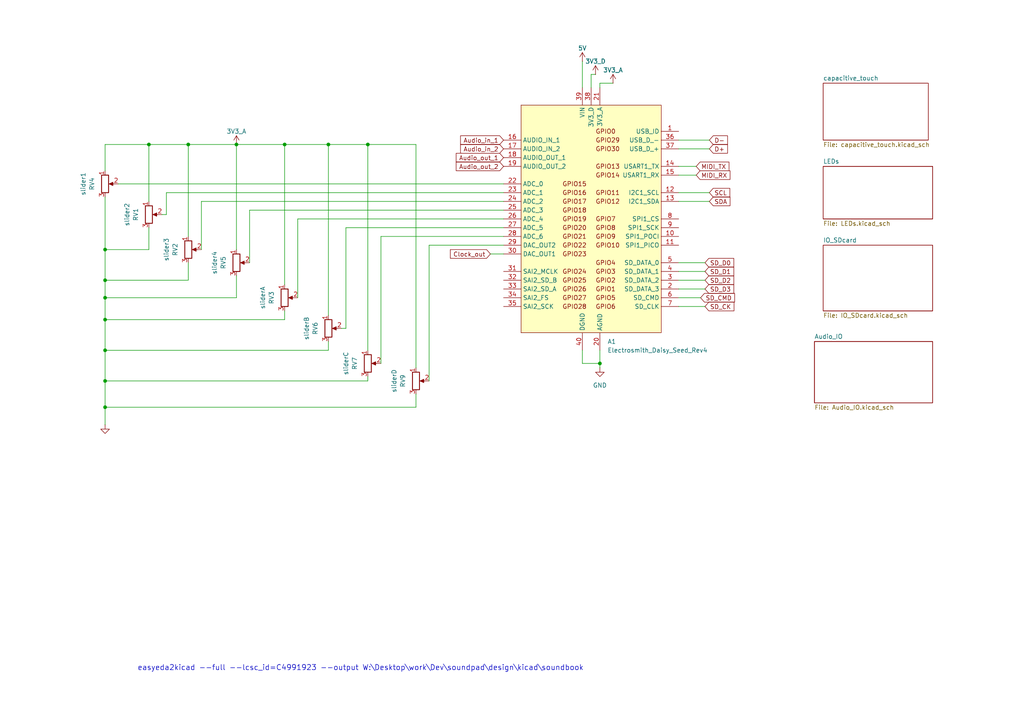
<source format=kicad_sch>
(kicad_sch (version 20231120) (generator "eeschema") (generator_version "8.0")
  (paper "A4")
  (lib_symbols
    (symbol "Device:R_Potentiometer" (pin_names (offset 1.016) hide)
      (property "Reference" "RV" (at -4.445 0 90))
      (property "Value" "R_Potentiometer" (at -2.54 0 90))
      (symbol "R_Potentiometer_0_1"
        (polyline (pts (xy 2.54 0) (xy 1.524 0)))
        (polyline (pts (xy 1.143 0) (xy 2.286 0.508) (xy 2.286 -0.508) (xy 1.143 0)) (fill (type outline)))
        (rectangle (start 1.016 2.54) (end -1.016 -2.54) (stroke (width 0.254)))
      )
      (symbol "R_Potentiometer_1_1"
        (pin passive line (at 0 3.81 270) (length 1.27) (name "1") (number "1"))
        (pin passive line (at 3.81 0 180) (length 1.27) (name "2") (number "2"))
        (pin passive line (at 0 -3.81 90) (length 1.27) (name "3") (number "3"))
      )
    )
    (symbol "MCU_Module:Electrosmith_Daisy_Seed_Rev4"
      (property "Reference" "A" (at -20.32 34.29 0))
      (property "Value" "Electrosmith_Daisy_Seed_Rev4" (at 33.02 34.29 0))
      (symbol "Electrosmith_Daisy_Seed_Rev4_0_0"
        (text "GPIO0" (at 1.27 25.4 0) (effects (font (size 1.27 1.27)) (justify left)))
        (text "GPIO1" (at 1.27 -20.32 0) (effects (font (size 1.27 1.27)) (justify left)))
        (text "GPIO10" (at 1.27 -7.62 0) (effects (font (size 1.27 1.27)) (justify left)))
        (text "GPIO11" (at 1.27 7.62 0) (effects (font (size 1.27 1.27)) (justify left)))
        (text "GPIO12" (at 1.27 5.08 0) (effects (font (size 1.27 1.27)) (justify left)))
        (text "GPIO13" (at 1.27 15.24 0) (effects (font (size 1.27 1.27)) (justify left)))
        (text "GPIO14" (at 1.27 12.7 0) (effects (font (size 1.27 1.27)) (justify left)))
        (text "GPIO15" (at -1.27 10.16 0) (effects (font (size 1.27 1.27)) (justify right)))
        (text "GPIO16" (at -1.27 7.62 0) (effects (font (size 1.27 1.27)) (justify right)))
        (text "GPIO17" (at -1.27 5.08 0) (effects (font (size 1.27 1.27)) (justify right)))
        (text "GPIO18" (at -1.27 2.54 0) (effects (font (size 1.27 1.27)) (justify right)))
        (text "GPIO19" (at -1.27 0 0) (effects (font (size 1.27 1.27)) (justify right)))
        (text "GPIO2" (at 1.27 -17.78 0) (effects (font (size 1.27 1.27)) (justify left)))
        (text "GPIO20" (at -1.27 -2.54 0) (effects (font (size 1.27 1.27)) (justify right)))
        (text "GPIO21" (at -1.27 -5.08 0) (effects (font (size 1.27 1.27)) (justify right)))
        (text "GPIO22" (at -1.27 -7.62 0) (effects (font (size 1.27 1.27)) (justify right)))
        (text "GPIO23" (at -1.27 -10.16 0) (effects (font (size 1.27 1.27)) (justify right)))
        (text "GPIO24" (at -1.27 -15.24 0) (effects (font (size 1.27 1.27)) (justify right)))
        (text "GPIO25" (at -1.27 -17.78 0) (effects (font (size 1.27 1.27)) (justify right)))
        (text "GPIO26" (at -1.27 -20.32 0) (effects (font (size 1.27 1.27)) (justify right)))
        (text "GPIO27" (at -1.27 -22.86 0) (effects (font (size 1.27 1.27)) (justify right)))
        (text "GPIO28" (at -1.27 -25.4 0) (effects (font (size 1.27 1.27)) (justify right)))
        (text "GPIO29" (at 1.27 22.86 0) (effects (font (size 1.27 1.27)) (justify left)))
        (text "GPIO3" (at 1.27 -15.24 0) (effects (font (size 1.27 1.27)) (justify left)))
        (text "GPIO30" (at 1.27 20.32 0) (effects (font (size 1.27 1.27)) (justify left)))
        (text "GPIO4" (at 1.27 -12.7 0) (effects (font (size 1.27 1.27)) (justify left)))
        (text "GPIO5" (at 1.27 -22.86 0) (effects (font (size 1.27 1.27)) (justify left)))
        (text "GPIO6" (at 1.27 -25.4 0) (effects (font (size 1.27 1.27)) (justify left)))
        (text "GPIO7" (at 1.27 0 0) (effects (font (size 1.27 1.27)) (justify left)))
        (text "GPIO8" (at 1.27 -2.54 0) (effects (font (size 1.27 1.27)) (justify left)))
        (text "GPIO9" (at 1.27 -5.08 0) (effects (font (size 1.27 1.27)) (justify left)))
        (pin bidirectional line (at 25.4 25.4 180) (length 5.08) (name "USB_ID") (number "1"))
        (pin bidirectional line (at 25.4 -5.08 180) (length 5.08) (name "SPI1_POCI") (number "10"))
        (pin bidirectional line (at 25.4 -7.62 180) (length 5.08) (name "SPI1_PICO") (number "11"))
        (pin bidirectional line (at 25.4 7.62 180) (length 5.08) (name "I2C1_SCL") (number "12"))
        (pin bidirectional line (at 25.4 5.08 180) (length 5.08) (name "I2C1_SDA") (number "13"))
        (pin bidirectional line (at 25.4 15.24 180) (length 5.08) (name "USART1_TX") (number "14"))
        (pin bidirectional line (at 25.4 12.7 180) (length 5.08) (name "USART1_RX") (number "15"))
        (pin input line (at -25.4 22.86 0) (length 5.08) (name "AUDIO_IN_1") (number "16"))
        (pin input line (at -25.4 20.32 0) (length 5.08) (name "AUDIO_IN_2") (number "17"))
        (pin output line (at -25.4 17.78 0) (length 5.08) (name "AUDIO_OUT_1") (number "18"))
        (pin output line (at -25.4 15.24 0) (length 5.08) (name "AUDIO_OUT_2") (number "19"))
        (pin bidirectional line (at 25.4 -20.32 180) (length 5.08) (name "SD_DATA_3") (number "2"))
        (pin power_in line (at 2.54 -38.1 90) (length 5.08) (name "AGND") (number "20"))
        (pin power_out line (at 2.54 38.1 270) (length 5.08) (name "3V3_A") (number "21"))
        (pin bidirectional line (at -25.4 10.16 0) (length 5.08) (name "ADC_0") (number "22"))
        (pin bidirectional line (at -25.4 7.62 0) (length 5.08) (name "ADC_1") (number "23"))
        (pin bidirectional line (at -25.4 5.08 0) (length 5.08) (name "ADC_2") (number "24"))
        (pin bidirectional line (at -25.4 2.54 0) (length 5.08) (name "ADC_3") (number "25"))
        (pin bidirectional line (at -25.4 0 0) (length 5.08) (name "ADC_4") (number "26"))
        (pin bidirectional line (at -25.4 -2.54 0) (length 5.08) (name "ADC_5") (number "27"))
        (pin bidirectional line (at -25.4 -5.08 0) (length 5.08) (name "ADC_6") (number "28"))
        (pin bidirectional line (at -25.4 -7.62 0) (length 5.08) (name "DAC_OUT2") (number "29"))
        (pin bidirectional line (at 25.4 -17.78 180) (length 5.08) (name "SD_DATA_2") (number "3"))
        (pin bidirectional line (at -25.4 -10.16 0) (length 5.08) (name "DAC_OUT1") (number "30"))
        (pin bidirectional line (at -25.4 -15.24 0) (length 5.08) (name "SAI2_MCLK") (number "31"))
        (pin bidirectional line (at -25.4 -17.78 0) (length 5.08) (name "SAI2_SD_B") (number "32"))
        (pin bidirectional line (at -25.4 -20.32 0) (length 5.08) (name "SAI2_SD_A") (number "33"))
        (pin bidirectional line (at -25.4 -22.86 0) (length 5.08) (name "SAI2_FS") (number "34"))
        (pin bidirectional line (at -25.4 -25.4 0) (length 5.08) (name "SAI2_SCK") (number "35"))
        (pin bidirectional line (at 25.4 22.86 180) (length 5.08) (name "USB_D_-") (number "36"))
        (pin bidirectional line (at 25.4 20.32 180) (length 5.08) (name "USB_D_+") (number "37"))
        (pin power_out line (at 0 38.1 270) (length 5.08) (name "3V3_D") (number "38"))
        (pin power_in line (at -2.54 38.1 270) (length 5.08) (name "VIN") (number "39"))
        (pin bidirectional line (at 25.4 -15.24 180) (length 5.08) (name "SD_DATA_1") (number "4"))
        (pin power_in line (at -2.54 -38.1 90) (length 5.08) (name "DGND") (number "40"))
        (pin bidirectional line (at 25.4 -12.7 180) (length 5.08) (name "SD_DATA_0") (number "5"))
        (pin bidirectional line (at 25.4 -22.86 180) (length 5.08) (name "SD_CMD") (number "6"))
        (pin bidirectional line (at 25.4 -25.4 180) (length 5.08) (name "SD_CLK") (number "7"))
        (pin bidirectional line (at 25.4 0 180) (length 5.08) (name "SPI1_CS") (number "8"))
        (pin bidirectional line (at 25.4 -2.54 180) (length 5.08) (name "SPI1_SCK") (number "9"))
      )
      (symbol "Electrosmith_Daisy_Seed_Rev4_0_1"
        (rectangle (start -20.32 33.02) (end 20.32 -33.02) (fill (type background)))
      )
    )
    (symbol "daisy_seed:3V3_A" (power) (pin_numbers hide) (pin_names (offset 0) hide)
      (property "Value" "3V3_A" (at 0 3.81 0))
      (symbol "3V3_A_0_1"
        (polyline (pts (xy -0.762 1.27) (xy 0 2.54)))
        (polyline (pts (xy 0 0) (xy 0 2.54)))
        (polyline (pts (xy 0 2.54) (xy 0.762 1.27)))
      )
      (symbol "3V3_A_1_1"
        (pin power_in line (at 0 0 90) (length 0) (name "~") (number "1"))
      )
    )
    (symbol "daisy_seed:3V3_D" (power) (pin_numbers hide) (pin_names (offset 0) hide)
      (property "Value" "3V3_D" (at 0 5.08 0))
      (symbol "3V3_D_0_0"
        (pin power_in line (at 0 0 90) (length 0) (name "~") (number "1"))
      )
      (symbol "3V3_D_0_1"
        (polyline (pts (xy -0.762 1.27) (xy 0 2.54)))
        (polyline (pts (xy 0 0) (xy 0 2.54)))
        (polyline (pts (xy 0 2.54) (xy 0.762 1.27)))
      )
    )
    (symbol "power:GND" (power) (pin_numbers hide) (pin_names (offset 0) hide)
      (property "Value" "GND" (at 0 -3.81 0))
      (symbol "GND_0_1"
        (polyline (pts (xy 0 0) (xy 0 -1.27) (xy 1.27 -1.27) (xy 0 -2.54) (xy -1.27 -1.27) (xy 0 -1.27)))
      )
      (symbol "GND_1_1"
        (pin power_in line (at 0 0 270) (length 0) (name "~") (number "1"))
      )
    )
  )
  (junction (at 30.48 101.6))
  (junction (at 173.99 105.41))
  (junction (at 30.48 72.39))
  (junction (at 82.55 41.91))
  (junction (at 43.18 41.91))
  (junction (at 68.58 41.91))
  (junction (at 30.48 118.11))
  (junction (at 30.48 86.36))
  (junction (at 54.61 41.91))
  (junction (at 30.48 110.49))
  (junction (at 30.48 81.28))
  (junction (at 106.68 41.91))
  (junction (at 30.48 92.71))
  (junction (at 95.25 41.91))
  (wire (pts (xy 110.49 68.58) (xy 146.05 68.58)))
  (wire (pts (xy 124.46 71.12) (xy 146.05 71.12)))
  (wire (pts (xy 205.74 55.88) (xy 196.85 55.88)))
  (wire (pts (xy 168.91 101.6) (xy 168.91 105.41)))
  (wire (pts (xy 58.42 58.42) (xy 146.05 58.42)))
  (wire (pts (xy 205.74 40.64) (xy 196.85 40.64)))
  (wire (pts (xy 106.68 41.91) (xy 95.25 41.91)))
  (wire (pts (xy 106.68 109.22) (xy 106.68 110.49)))
  (wire (pts (xy 54.61 41.91) (xy 43.18 41.91)))
  (wire (pts (xy 54.61 41.91) (xy 54.61 68.58)))
  (wire (pts (xy 43.18 58.42) (xy 43.18 41.91)))
  (wire (pts (xy 205.74 58.42) (xy 196.85 58.42)))
  (wire (pts (xy 106.68 101.6) (xy 106.68 41.91)))
  (wire (pts (xy 110.49 68.58) (xy 110.49 105.41)))
  (wire (pts (xy 48.26 62.23) (xy 48.26 55.88)))
  (wire (pts (xy 43.18 66.04) (xy 43.18 72.39)))
  (wire (pts (xy 30.48 92.71) (xy 30.48 101.6)))
  (wire (pts (xy 99.06 95.25) (xy 100.33 95.25)))
  (wire (pts (xy 54.61 76.2) (xy 54.61 81.28)))
  (wire (pts (xy 30.48 41.91) (xy 43.18 41.91)))
  (wire (pts (xy 173.99 105.41) (xy 173.99 101.6)))
  (wire (pts (xy 86.36 86.36) (xy 86.36 63.5)))
  (wire (pts (xy 204.47 81.28) (xy 196.85 81.28)))
  (wire (pts (xy 30.48 101.6) (xy 30.48 110.49)))
  (wire (pts (xy 54.61 81.28) (xy 30.48 81.28)))
  (wire (pts (xy 30.48 72.39) (xy 30.48 57.15)))
  (wire (pts (xy 58.42 72.39) (xy 58.42 58.42)))
  (wire (pts (xy 201.93 50.8) (xy 196.85 50.8)))
  (wire (pts (xy 204.47 88.9) (xy 196.85 88.9)))
  (wire (pts (xy 82.55 90.17) (xy 82.55 92.71)))
  (wire (pts (xy 30.48 101.6) (xy 95.25 101.6)))
  (wire (pts (xy 72.39 76.2) (xy 72.39 60.96)))
  (wire (pts (xy 82.55 41.91) (xy 68.58 41.91)))
  (wire (pts (xy 72.39 60.96) (xy 146.05 60.96)))
  (wire (pts (xy 205.74 43.18) (xy 196.85 43.18)))
  (wire (pts (xy 30.48 81.28) (xy 30.48 86.36)))
  (wire (pts (xy 30.48 110.49) (xy 30.48 118.11)))
  (wire (pts (xy 82.55 82.55) (xy 82.55 41.91)))
  (wire (pts (xy 30.48 49.53) (xy 30.48 41.91)))
  (wire (pts (xy 142.24 73.66) (xy 146.05 73.66)))
  (wire (pts (xy 68.58 72.39) (xy 68.58 41.91)))
  (wire (pts (xy 95.25 99.06) (xy 95.25 101.6)))
  (wire (pts (xy 34.29 53.34) (xy 146.05 53.34)))
  (wire (pts (xy 86.36 63.5) (xy 146.05 63.5)))
  (wire (pts (xy 30.48 110.49) (xy 106.68 110.49)))
  (wire (pts (xy 201.93 48.26) (xy 196.85 48.26)))
  (wire (pts (xy 204.47 78.74) (xy 196.85 78.74)))
  (wire (pts (xy 43.18 72.39) (xy 30.48 72.39)))
  (wire (pts (xy 100.33 66.04) (xy 146.05 66.04)))
  (wire (pts (xy 68.58 80.01) (xy 68.58 86.36)))
  (wire (pts (xy 173.99 106.68) (xy 173.99 105.41)))
  (wire (pts (xy 30.48 72.39) (xy 30.48 81.28)))
  (wire (pts (xy 172.72 21.59) (xy 171.45 21.59)))
  (wire (pts (xy 95.25 91.44) (xy 95.25 41.91)))
  (wire (pts (xy 204.47 83.82) (xy 196.85 83.82)))
  (wire (pts (xy 30.48 118.11) (xy 30.48 123.19)))
  (wire (pts (xy 100.33 66.04) (xy 100.33 95.25)))
  (wire (pts (xy 95.25 41.91) (xy 82.55 41.91)))
  (wire (pts (xy 120.65 118.11) (xy 30.48 118.11)))
  (wire (pts (xy 171.45 21.59) (xy 171.45 25.4)))
  (wire (pts (xy 120.65 106.68) (xy 120.65 41.91)))
  (wire (pts (xy 173.99 24.13) (xy 173.99 25.4)))
  (wire (pts (xy 30.48 92.71) (xy 82.55 92.71)))
  (wire (pts (xy 46.99 62.23) (xy 48.26 62.23)))
  (wire (pts (xy 177.8 24.13) (xy 173.99 24.13)))
  (wire (pts (xy 120.65 41.91) (xy 106.68 41.91)))
  (wire (pts (xy 48.26 55.88) (xy 146.05 55.88)))
  (wire (pts (xy 204.47 76.2) (xy 196.85 76.2)))
  (wire (pts (xy 168.91 17.78) (xy 168.91 25.4)))
  (wire (pts (xy 30.48 86.36) (xy 30.48 92.71)))
  (wire (pts (xy 124.46 71.12) (xy 124.46 110.49)))
  (wire (pts (xy 68.58 41.91) (xy 54.61 41.91)))
  (wire (pts (xy 120.65 114.3) (xy 120.65 118.11)))
  (wire (pts (xy 68.58 86.36) (xy 30.48 86.36)))
  (wire (pts (xy 203.2 86.36) (xy 196.85 86.36)))
  (wire (pts (xy 168.91 105.41) (xy 173.99 105.41)))
  (text "easyeda2kicad --full --lcsc_id=C4991923 --output W:\\Desktop\\work\\Dev\\soundpad\\design\\kicad\\soundbook" (at 39.878 193.802 0) (effects (font (size 1.524 1.524)) (justify left)))
  (global_label "Clock_out" (shape input) (at 142.24 73.66 180) (property "Intersheetrefs" "${INTERSHEET_REFS}" (effects (hide yes))))
  (global_label "Audio_out_1" (shape input) (at 146.05 45.72 180) (property "Intersheetrefs" "${INTERSHEET_REFS}" (effects (hide yes))))
  (global_label "SD_D2" (shape input) (at 204.47 81.28 0) (property "Intersheetrefs" "${INTERSHEET_REFS}" (effects (hide yes))))
  (global_label "SCL" (shape input) (at 205.74 55.88 0) (property "Intersheetrefs" "${INTERSHEET_REFS}" (effects (hide yes))))
  (global_label "Audio_out_2" (shape input) (at 146.05 48.26 180) (property "Intersheetrefs" "${INTERSHEET_REFS}" (effects (hide yes))))
  (global_label "SDA" (shape input) (at 205.74 58.42 0) (property "Intersheetrefs" "${INTERSHEET_REFS}" (effects (hide yes))))
  (global_label "SD_CK" (shape input) (at 204.47 88.9 0) (property "Intersheetrefs" "${INTERSHEET_REFS}" (effects (hide yes))))
  (global_label "SD_D0" (shape input) (at 204.47 76.2 0) (property "Intersheetrefs" "${INTERSHEET_REFS}" (effects (hide yes))))
  (global_label "SD_CMD" (shape input) (at 203.2 86.36 0) (property "Intersheetrefs" "${INTERSHEET_REFS}" (effects (hide yes))))
  (global_label "Audio_in_1" (shape input) (at 146.05 40.64 180) (property "Intersheetrefs" "${INTERSHEET_REFS}" (effects (hide yes))))
  (global_label "D+" (shape input) (at 205.74 43.18 0) (property "Intersheetrefs" "${INTERSHEET_REFS}" (effects (hide yes))))
  (global_label "SD_D1" (shape input) (at 204.47 78.74 0) (property "Intersheetrefs" "${INTERSHEET_REFS}" (effects (hide yes))))
  (global_label "MIDI_RX" (shape input) (at 201.93 50.8 0) (property "Intersheetrefs" "${INTERSHEET_REFS}" (effects (hide yes))))
  (global_label "Audio_in_2" (shape input) (at 146.05 43.18 180) (property "Intersheetrefs" "${INTERSHEET_REFS}" (effects (hide yes))))
  (global_label "MIDI_TX" (shape input) (at 201.93 48.26 0) (property "Intersheetrefs" "${INTERSHEET_REFS}" (effects (hide yes))))
  (global_label "D-" (shape input) (at 205.74 40.64 0) (property "Intersheetrefs" "${INTERSHEET_REFS}" (effects (hide yes))))
  (global_label "SD_D3" (shape input) (at 204.47 83.82 0) (property "Intersheetrefs" "${INTERSHEET_REFS}" (effects (hide yes))))
  (symbol (lib_id "Device:R_Potentiometer") (at 68.58 76.2 0) (unit 1)
    (property "Reference" "RV5" (at 64.77 76.2 90))
    (property "Value" "slider4" (at 62.23 76.2 90))
    (property "Footprint" "Potentiometer_THT:Potentiometer_Bourns_PTA6043_Single_Slide" (effects (hide yes)))
    (property "Description" "Potentiometer" (effects (hide yes)))
  )
  (symbol (lib_id "daisy_seed:3V3_D") (at 172.72 21.59 0) (unit 1)
    (property "Reference" "#PWR010" (effects (hide yes)))
    (property "Value" "3V3_D" (at 172.72 17.78 0))
    (property "Description" "Power symbol creates a global label with name \"3V3_D\"" (effects (hide yes)))
  )
  (symbol (lib_id "daisy_seed:3V3_D") (at 168.91 17.78 0) (unit 1)
    (property "Reference" "#PWR030" (effects (hide yes)))
    (property "Value" "5V" (at 168.91 13.97 0))
  )
  (symbol (lib_id "Device:R_Potentiometer") (at 120.65 110.49 0) (unit 1)
    (property "Reference" "RV9" (at 116.84 110.49 90))
    (property "Value" "sliderD" (at 114.3 110.49 90))
    (property "Footprint" "Potentiometer_THT:Potentiometer_Bourns_PTA4543_Single_Slide" (effects (hide yes)))
    (property "Description" "Potentiometer" (effects (hide yes)))
  )
  (symbol (lib_id "Device:R_Potentiometer") (at 43.18 62.23 0) (unit 1)
    (property "Reference" "RV1" (at 39.37 62.23 90))
    (property "Value" "slider2" (at 36.83 62.23 90))
    (property "Footprint" "Potentiometer_THT:Potentiometer_Bourns_PTA6043_Single_Slide" (effects (hide yes)))
    (property "Description" "Potentiometer" (effects (hide yes)))
  )
  (symbol (lib_id "power:GND") (at 30.48 123.19 0) (unit 1)
    (property "Reference" "#PWR083" (effects (hide yes)))
    (property "Value" "GND" (effects (hide yes)))
    (property "Description" "Power symbol creates a global label with name \"GND\" , ground" (effects (hide yes)))
  )
  (symbol (lib_id "Device:R_Potentiometer") (at 30.48 53.34 0) (unit 1)
    (property "Reference" "RV4" (at 26.67 53.34 90))
    (property "Value" "slider1" (at 24.13 53.34 90))
    (property "Footprint" "Potentiometer_THT:Potentiometer_Bourns_PTA6043_Single_Slide" (effects (hide yes)))
    (property "Description" "Potentiometer" (effects (hide yes)))
  )
  (symbol (lib_id "daisy_seed:3V3_A") (at 68.58 41.91 0) (unit 1)
    (property "Reference" "#PWR082" (effects (hide yes)))
    (property "Value" "3V3_A" (at 68.58 38.1 0))
    (property "Description" "Power symbol creates a global label with name \"3V3_A\" (I hope)" (effects (hide yes)))
  )
  (symbol (lib_id "power:GND") (at 173.99 106.68 0) (unit 1)
    (property "Reference" "#PWR08" (effects (hide yes)))
    (property "Value" "GND" (at 173.99 111.76 0))
    (property "Description" "Power symbol creates a global label with name \"GND\" , ground" (effects (hide yes)))
  )
  (symbol (lib_id "Device:R_Potentiometer") (at 106.68 105.41 0) (unit 1)
    (property "Reference" "RV7" (at 102.87 105.41 90))
    (property "Value" "sliderC" (at 100.33 105.41 90))
    (property "Footprint" "Potentiometer_THT:Potentiometer_Bourns_PTA4543_Single_Slide" (effects (hide yes)))
    (property "Description" "Potentiometer" (effects (hide yes)))
  )
  (symbol (lib_id "daisy_seed:3V3_A") (at 177.8 24.13 0) (unit 1)
    (property "Reference" "#PWR09" (effects (hide yes)))
    (property "Value" "3V3_A" (at 177.8 20.32 0))
    (property "Description" "Power symbol creates a global label with name \"3V3_A\" (I hope)" (effects (hide yes)))
  )
  (symbol (lib_id "Device:R_Potentiometer") (at 95.25 95.25 0) (unit 1)
    (property "Reference" "RV6" (at 91.44 95.25 90))
    (property "Value" "sliderB" (at 88.9 95.25 90))
    (property "Footprint" "Potentiometer_THT:Potentiometer_Bourns_PTA4543_Single_Slide" (effects (hide yes)))
    (property "Description" "Potentiometer" (effects (hide yes)))
  )
  (symbol (lib_id "MCU_Module:Electrosmith_Daisy_Seed_Rev4") (at 171.45 63.5 0) (unit 1)
    (property "Reference" "A1" (at 176.1841 99.06 0) (effects (justify left)))
    (property "Value" "Electrosmith_Daisy_Seed_Rev4" (at 176.1841 101.6 0) (effects (justify left)))
    (property "Footprint" "Module:Electrosmith_Daisy_Seed" (effects (hide yes)))
    (property "Datasheet" "https://static1.squarespace.com/static/58d03fdc1b10e3bf442567b8/t/6227e6236f02fb68d1577146/1646781988478/Daisy_Seed_datasheet_v1.0.3.pdf" (effects (hide yes)))
    (property "Description" "Daisy is an embedded platform for music." (effects (hide yes)))
  )
  (symbol (lib_id "Device:R_Potentiometer") (at 54.61 72.39 0) (unit 1)
    (property "Reference" "RV2" (at 50.8 72.39 90))
    (property "Value" "slider3" (at 48.26 72.39 90))
    (property "Footprint" "Potentiometer_THT:Potentiometer_Bourns_PTA6043_Single_Slide" (effects (hide yes)))
    (property "Description" "Potentiometer" (effects (hide yes)))
  )
  (symbol (lib_id "Device:R_Potentiometer") (at 82.55 86.36 0) (unit 1)
    (property "Reference" "RV3" (at 78.74 86.36 90))
    (property "Value" "sliderA" (at 76.2 86.36 90))
    (property "Footprint" "Potentiometer_THT:Potentiometer_Bourns_PTA4543_Single_Slide" (effects (hide yes)))
    (property "Description" "Potentiometer" (effects (hide yes)))
  )
  (sheet (at 236.22 99.06) (size 34.29 17.78) (stroke (width 0.1524))
    (property "Sheetname" "Audio_IO" (at 236.22 98.3484 0) (effects (justify left bottom)))
    (property "Sheetfile" "Audio_IO.kicad_sch" (at 236.22 117.4246 0) (effects (justify left top)))
  )
  (sheet (at 238.76 71.12) (size 31.75 19.05) (stroke (width 0.1524))
    (property "Sheetname" "IO_SDcard" (at 238.76 70.4084 0) (effects (justify left bottom)))
    (property "Sheetfile" "IO_SDcard.kicad_sch" (at 238.76 90.7546 0) (effects (justify left top)))
  )
  (sheet (at 238.76 24.13) (size 30.48 16.51) (stroke (width 0.1524))
    (property "Sheetname" "capacitive_touch" (at 238.76 23.4184 0) (effects (justify left bottom)))
    (property "Sheetfile" "capacitive_touch.kicad_sch" (at 238.76 41.2246 0) (effects (justify left top)))
  )
  (sheet (at 238.76 48.26) (size 31.75 15.24) (stroke (width 0.1524))
    (property "Sheetname" "LEDs" (at 238.76 47.5484 0) (effects (justify left bottom)))
    (property "Sheetfile" "LEDs.kicad_sch" (at 238.76 64.0846 0) (effects (justify left top)))
  )
)
</source>
